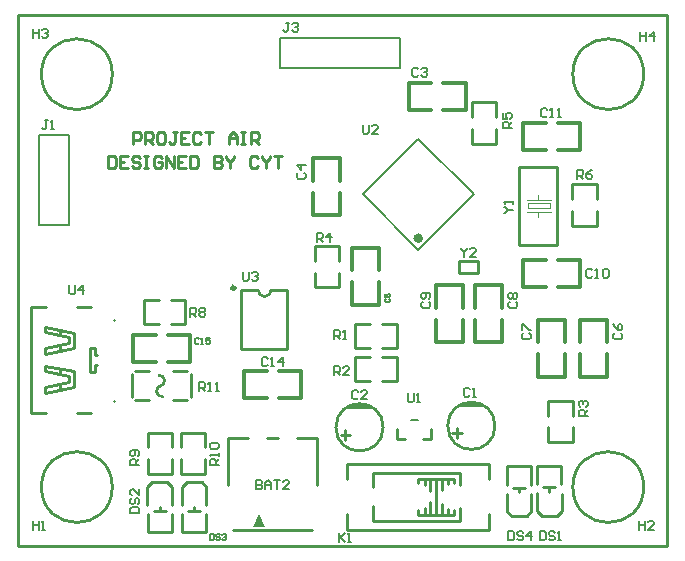
<source format=gto>
G04*
G04 #@! TF.GenerationSoftware,Altium Limited,Altium Designer,19.0.10 (269)*
G04*
G04 Layer_Color=65535*
%FSLAX25Y25*%
%MOIN*%
G70*
G01*
G75*
%ADD10C,0.01000*%
%ADD11C,0.01575*%
%ADD12C,0.01181*%
%ADD13C,0.00799*%
%ADD14C,0.00800*%
%ADD15C,0.01200*%
%ADD16C,0.00787*%
%ADD17C,0.00984*%
%ADD18C,0.00394*%
%ADD19C,0.00500*%
G36*
X78354Y6282D02*
X81854D01*
X82354D01*
X80354Y10782D01*
X78354Y6282D01*
D02*
G37*
G36*
X118629Y45829D02*
X118146Y46261D01*
X117039Y46937D01*
X115828Y47400D01*
X114553Y47636D01*
X113256Y47636D01*
X111981Y47401D01*
X110770Y46937D01*
X109663Y46261D01*
X109180Y45829D01*
X109180Y45829D01*
X118629Y45829D01*
D02*
G37*
G36*
X155898Y46344D02*
X155416Y46777D01*
X154309Y47453D01*
X153098Y47916D01*
X151823Y48151D01*
X150526Y48151D01*
X149251Y47916D01*
X148040Y47453D01*
X146933Y46777D01*
X146450Y46344D01*
X146450Y46344D01*
X155898Y46344D01*
D02*
G37*
D10*
X208626Y19685D02*
G03*
X208626Y19685I-11811J0D01*
G01*
X31496D02*
G03*
X31496Y19685I-11811J0D01*
G01*
Y157315D02*
G03*
X31496Y157315I-11811J0D01*
G01*
X208626D02*
G03*
X208626Y157315I-11811J0D01*
G01*
X80100Y85340D02*
G03*
X84400Y85343I2150J1D01*
G01*
X47799Y53500D02*
G03*
X48232Y49839I312J-1819D01*
G01*
X47259Y53318D02*
G03*
X47051Y56925I-161J1800D01*
G01*
X106035Y39524D02*
G03*
X106035Y39654I7874J65D01*
G01*
X143304Y40040D02*
G03*
X143304Y40170I7874J65D01*
G01*
X147126Y91032D02*
X153425D01*
X147126D02*
Y94969D01*
X153425D01*
Y91032D02*
Y94969D01*
X109878Y5476D02*
X157122D01*
X109878Y27524D02*
X157122Y27524D01*
X118500Y24500D02*
X147500D01*
X139500Y10500D02*
Y22500D01*
X118500Y8500D02*
X147500D01*
X157122Y5476D02*
Y10750D01*
Y22250D02*
Y27524D01*
X147500Y20377D02*
Y24500D01*
Y8500D02*
Y12623D01*
X118500Y8500D02*
Y13396D01*
Y19604D02*
Y24500D01*
X133500Y20953D02*
Y22500D01*
Y10500D02*
Y12047D01*
X135637Y10500D02*
Y12595D01*
Y20406D02*
Y22500D01*
X137537Y18366D02*
Y22500D01*
Y10500D02*
Y14634D01*
X141537Y18856D02*
Y22500D01*
Y10500D02*
Y14144D01*
X143537Y10500D02*
Y12416D01*
Y20584D02*
Y22500D01*
X145500Y20949D02*
Y22500D01*
Y10500D02*
Y12051D01*
X133500Y10500D02*
X145500D01*
X133500Y22500D02*
X145500D01*
X109878Y5476D02*
Y10750D01*
Y22250D02*
Y27524D01*
X107016Y95079D02*
Y100000D01*
X98984Y95079D02*
Y100000D01*
X107016Y86220D02*
Y91142D01*
X98984Y86220D02*
Y91142D01*
Y100000D02*
X107016D01*
X98984Y86220D02*
X107016D01*
X112547Y74016D02*
X117468D01*
X112547Y65984D02*
X117468D01*
X121405Y74016D02*
X126327D01*
X121405Y65984D02*
X126327D01*
X112547Y74016D02*
X112547Y65984D01*
X126327D02*
Y74016D01*
X112547Y63016D02*
X117468D01*
X112547Y54984D02*
X117468D01*
X121405Y63016D02*
X126327D01*
X121405Y54984D02*
X126327D01*
X112547D02*
Y63016D01*
X126327Y54984D02*
Y63016D01*
X74323Y65658D02*
X89677D01*
X74323D02*
Y85343D01*
X89677Y65658D02*
Y85343D01*
X84400D02*
X89677D01*
X74323D02*
X80100D01*
X50906Y73984D02*
X55827D01*
X50906Y82016D02*
X55827D01*
X42047Y73984D02*
X46969D01*
X42047Y82016D02*
X46969D01*
X55827D02*
X55827Y73984D01*
X42047D02*
Y82016D01*
X57642Y49563D02*
Y57437D01*
X37957Y49563D02*
Y57437D01*
X51736Y48776D02*
X56461D01*
X51736Y58224D02*
X56461D01*
X39138Y48776D02*
X43862D01*
X39138Y58224D02*
X43862D01*
X8897Y73085D02*
X18747Y71125D01*
Y66005D02*
Y71125D01*
X8897Y64035D02*
X18747Y66005D01*
X8897Y64035D02*
Y65985D01*
X17167Y67555D01*
Y69635D01*
X8897Y71215D02*
X17167Y69635D01*
X8897Y71215D02*
Y73085D01*
X14017Y70335D02*
Y71905D01*
X14018Y65215D02*
Y66790D01*
X14038Y52314D02*
Y53889D01*
X14037Y57435D02*
Y59005D01*
X8917Y60185D02*
X18767Y58225D01*
Y53105D02*
Y58225D01*
X8917Y51135D02*
X18767Y53105D01*
X8917Y51135D02*
Y53085D01*
X17187Y54655D01*
Y56735D01*
X8917Y58315D02*
X17187Y56735D01*
X8917Y58315D02*
Y60185D01*
X54839Y4664D02*
Y10764D01*
Y4664D02*
X62839D01*
Y10764D01*
X54739Y13864D02*
Y19664D01*
X56339Y21264D01*
X61339D01*
X62839Y19764D01*
Y13764D02*
Y19764D01*
X56875Y11722D02*
X60813D01*
X58844Y12115D02*
Y13174D01*
X43306Y4664D02*
Y10764D01*
Y4664D02*
X51306D01*
Y10764D01*
X43206Y13864D02*
Y19664D01*
X44806Y21264D01*
X49806D01*
X51306Y19764D01*
Y13764D02*
Y19764D01*
X45341Y11722D02*
X49279D01*
X47311Y12115D02*
Y13174D01*
X43395Y24047D02*
Y28969D01*
X51426Y24047D02*
Y28969D01*
X43395Y32906D02*
Y37827D01*
X51426Y32906D02*
Y37827D01*
X43395Y24047D02*
X51426D01*
X43395Y37827D02*
X51426D01*
X54484Y24047D02*
Y28969D01*
X62516Y24047D02*
Y28969D01*
X54484Y32906D02*
Y37827D01*
X62516Y32906D02*
Y37827D01*
X54484Y24047D02*
X62516D01*
X54484Y37827D02*
X62516D01*
X99618Y20249D02*
Y36071D01*
X70091Y20249D02*
Y36071D01*
X76582D01*
X83127D02*
X86582D01*
X93127D02*
X99618D01*
X71679Y5362D02*
X98030D01*
X181166Y20610D02*
Y26710D01*
X173166D02*
X181166D01*
X173166Y20610D02*
Y26710D01*
X181266Y11710D02*
Y17510D01*
X179666Y10110D02*
X181266Y11710D01*
X174666Y10110D02*
X179666D01*
X173166Y11610D02*
X174666Y10110D01*
X173166Y11610D02*
Y17610D01*
X175193Y19652D02*
X179131D01*
X177161Y18200D02*
Y19259D01*
X171061Y20500D02*
Y26600D01*
X163061D02*
X171061D01*
X163061Y20500D02*
Y26600D01*
X171161Y11600D02*
Y17400D01*
X169561Y10000D02*
X171161Y11600D01*
X164561Y10000D02*
X169561D01*
X163061Y11500D02*
X164561Y10000D01*
X163061Y11500D02*
Y17500D01*
X165088Y19542D02*
X169026D01*
X167056Y18090D02*
Y19149D01*
X137822Y35841D02*
Y39050D01*
X135224Y35841D02*
X137822D01*
X126326D02*
X128924D01*
X126326D02*
X128924D01*
X126326D02*
X128924D01*
X126326D02*
Y39050D01*
X109180Y35442D02*
Y38742D01*
X107580Y37142D02*
X110680D01*
X146450Y35958D02*
Y39258D01*
X144850Y37658D02*
X147950D01*
X184894Y43532D02*
Y48453D01*
X176862Y43532D02*
Y48453D01*
X184894Y34673D02*
Y39595D01*
X176862Y34673D02*
Y39595D01*
Y48453D02*
X184894Y48453D01*
X176862Y34673D02*
X184894D01*
X170744Y100339D02*
X176256D01*
X170744Y126520D02*
X176256D01*
Y100339D02*
X179799D01*
Y126520D01*
X176256D02*
X179799D01*
X167201D02*
X170744D01*
X167201Y100339D02*
Y126520D01*
Y100339D02*
X170744D01*
X184862Y106849D02*
Y111770D01*
X192894Y106849D02*
Y111770D01*
X184862Y115707D02*
Y120629D01*
X192894Y115707D02*
Y120629D01*
X184862Y106849D02*
X192894Y106849D01*
X184862Y120629D02*
X192894D01*
X151484Y134173D02*
Y139095D01*
X159516Y134173D02*
Y139095D01*
X151484Y143032D02*
Y147953D01*
X159516Y143032D02*
Y147953D01*
X151484Y134173D02*
X159516D01*
X151484Y147953D02*
X159516D01*
X38500Y134000D02*
Y137999D01*
X40499D01*
X41166Y137332D01*
Y135999D01*
X40499Y135333D01*
X38500D01*
X42499Y134000D02*
Y137999D01*
X44498D01*
X45164Y137332D01*
Y135999D01*
X44498Y135333D01*
X42499D01*
X43832D02*
X45164Y134000D01*
X48497Y137999D02*
X47164D01*
X46497Y137332D01*
Y134667D01*
X47164Y134000D01*
X48497D01*
X49163Y134667D01*
Y137332D01*
X48497Y137999D01*
X53162D02*
X51829D01*
X52495D01*
Y134667D01*
X51829Y134000D01*
X51163D01*
X50496Y134667D01*
X57161Y137999D02*
X54495D01*
Y134000D01*
X57161D01*
X54495Y135999D02*
X55828D01*
X61159Y137332D02*
X60493Y137999D01*
X59160D01*
X58494Y137332D01*
Y134667D01*
X59160Y134000D01*
X60493D01*
X61159Y134667D01*
X62492Y137999D02*
X65158D01*
X63825D01*
Y134000D01*
X70490D02*
Y136666D01*
X71823Y137999D01*
X73155Y136666D01*
Y134000D01*
Y135999D01*
X70490D01*
X74488Y137999D02*
X75821D01*
X75155D01*
Y134000D01*
X74488D01*
X75821D01*
X77821D02*
Y137999D01*
X79820D01*
X80487Y137332D01*
Y135999D01*
X79820Y135333D01*
X77821D01*
X79154D02*
X80487Y134000D01*
X30000Y129999D02*
Y126000D01*
X31999D01*
X32666Y126666D01*
Y129332D01*
X31999Y129999D01*
X30000D01*
X36665D02*
X33999D01*
Y126000D01*
X36665D01*
X33999Y127999D02*
X35332D01*
X40663Y129332D02*
X39997Y129999D01*
X38664D01*
X37997Y129332D01*
Y128666D01*
X38664Y127999D01*
X39997D01*
X40663Y127333D01*
Y126666D01*
X39997Y126000D01*
X38664D01*
X37997Y126666D01*
X41996Y129999D02*
X43329D01*
X42663D01*
Y126000D01*
X41996D01*
X43329D01*
X47994Y129332D02*
X47328Y129999D01*
X45995D01*
X45328Y129332D01*
Y126666D01*
X45995Y126000D01*
X47328D01*
X47994Y126666D01*
Y127999D01*
X46661D01*
X49327Y126000D02*
Y129999D01*
X51993Y126000D01*
Y129999D01*
X55992D02*
X53326D01*
Y126000D01*
X55992D01*
X53326Y127999D02*
X54659D01*
X57324Y129999D02*
Y126000D01*
X59324D01*
X59990Y126666D01*
Y129332D01*
X59324Y129999D01*
X57324D01*
X65322D02*
Y126000D01*
X67321D01*
X67988Y126666D01*
Y127333D01*
X67321Y127999D01*
X65322D01*
X67321D01*
X67988Y128666D01*
Y129332D01*
X67321Y129999D01*
X65322D01*
X69321D02*
Y129332D01*
X70653Y127999D01*
X71987Y129332D01*
Y129999D01*
X70653Y127999D02*
Y126000D01*
X79984Y129332D02*
X79317Y129999D01*
X77984D01*
X77318Y129332D01*
Y126666D01*
X77984Y126000D01*
X79317D01*
X79984Y126666D01*
X81317Y129999D02*
Y129332D01*
X82650Y127999D01*
X83983Y129332D01*
Y129999D01*
X82650Y127999D02*
Y126000D01*
X85316Y129999D02*
X87981D01*
X86648D01*
Y126000D01*
X0Y0D02*
Y177165D01*
Y0D02*
X216535D01*
Y177165D01*
X0D02*
X216535D01*
D11*
X132899Y103155D02*
G03*
X132906Y103162I560J-553D01*
G01*
D12*
X72400Y86100D02*
G03*
X72400Y86090I-591J-5D01*
G01*
D13*
X7000Y114500D02*
Y137000D01*
X95000Y169500D02*
X127500D01*
D14*
X7000Y137000D02*
X17000D01*
Y107000D02*
Y137000D01*
X7000Y107000D02*
X17000D01*
X7000D02*
Y114500D01*
X127500Y159500D02*
Y169500D01*
X87500Y159500D02*
X127500D01*
X87500D02*
Y169500D01*
X95000D01*
D15*
X98500Y129222D02*
X107500D01*
X98500Y110222D02*
X107500D01*
X98500Y121722D02*
Y129222D01*
X107500Y121722D02*
Y129222D01*
Y110222D02*
Y117722D01*
X98500Y110222D02*
Y117722D01*
X111500Y99500D02*
X120500D01*
X111500Y80500D02*
X120500D01*
X111500Y92000D02*
Y99500D01*
X120500Y92000D02*
Y99500D01*
Y80500D02*
Y88000D01*
X111500Y80500D02*
Y88000D01*
X75500Y49369D02*
Y58369D01*
X94500Y49369D02*
Y58369D01*
X75500Y49369D02*
X83000D01*
X75500Y58369D02*
X83000D01*
X87000D02*
X94500D01*
X87000Y49369D02*
X94500D01*
X57500Y61500D02*
Y70500D01*
X38500Y61500D02*
Y70500D01*
X50000D02*
X57500D01*
X50000Y61500D02*
X57500D01*
X38500D02*
X46000D01*
X38500Y70500D02*
X46000D01*
X139545Y87000D02*
X148545D01*
X139545Y68000D02*
X148545D01*
X139545Y79500D02*
Y87000D01*
X148545Y79500D02*
Y87000D01*
Y68000D02*
Y75500D01*
X139545Y68000D02*
Y75500D01*
X152545Y87000D02*
X161545D01*
X152545Y68000D02*
X161545D01*
X152545Y79500D02*
Y87000D01*
X161545Y79500D02*
Y87000D01*
Y68000D02*
Y75500D01*
X152545Y68000D02*
Y75500D01*
X173372Y56500D02*
X182372D01*
X173372Y75500D02*
X182372D01*
Y56500D02*
Y64000D01*
X173372Y56500D02*
Y64000D01*
Y68000D02*
Y75500D01*
X182372Y68000D02*
Y75500D01*
X187378Y56500D02*
X196378D01*
X187378Y75500D02*
X196378D01*
Y56500D02*
Y64000D01*
X187378Y56500D02*
Y64000D01*
Y68000D02*
Y75500D01*
X196378Y68000D02*
Y75500D01*
X168500Y86500D02*
Y95500D01*
X187500Y86500D02*
Y95500D01*
X168500Y86500D02*
X176000D01*
X168500Y95500D02*
X176000D01*
X180000D02*
X187500D01*
X180000Y86500D02*
X187500D01*
X168500Y132000D02*
Y141000D01*
X187500Y132000D02*
Y141000D01*
X168500Y132000D02*
X176000D01*
X168500Y141000D02*
X176000D01*
X180000D02*
X187500D01*
X180000Y132000D02*
X187500D01*
X130351Y145500D02*
Y154500D01*
X149352Y145500D02*
Y154500D01*
X130351Y145500D02*
X137852D01*
X130351Y154500D02*
X137852D01*
X141851D02*
X149352D01*
X141851Y145500D02*
X149352D01*
D16*
X114938Y117297D02*
X117060Y119419D01*
X114938Y117297D02*
X133465Y98771D01*
X151920Y117227D01*
X133394Y135753D02*
X151920Y117227D01*
X116141Y118500D02*
X133394Y135753D01*
X130893Y41943D02*
X133255D01*
D17*
X4303Y44276D02*
X4303Y79709D01*
X25563Y63567D02*
X26350D01*
X23988Y58055D02*
X25563D01*
Y60417D01*
X26350D01*
X23988Y65929D02*
X25563D01*
Y63567D02*
Y65929D01*
X23988Y58016D02*
Y65969D01*
X32059Y75471D02*
Y75477D01*
Y48507D02*
Y48514D01*
X4303Y44276D02*
X9376D01*
X19703D02*
X24337D01*
X4303Y79709D02*
X9376D01*
X19703D02*
X24337D01*
D18*
X173500Y109729D02*
Y111129D01*
X169600Y111529D02*
X177868D01*
X169994Y112710D02*
Y114285D01*
X177474D01*
Y112710D02*
Y114285D01*
X169994Y112710D02*
X177474D01*
X169600Y115466D02*
X177868D01*
X173537Y115860D02*
Y117041D01*
D19*
X79500Y21999D02*
Y19000D01*
X80999D01*
X81499Y19500D01*
Y20000D01*
X80999Y20500D01*
X79500D01*
X80999D01*
X81499Y20999D01*
Y21499D01*
X80999Y21999D01*
X79500D01*
X82499Y19000D02*
Y20999D01*
X83499Y21999D01*
X84498Y20999D01*
Y19000D01*
Y20500D01*
X82499D01*
X85498Y21999D02*
X87497D01*
X86498D01*
Y19000D01*
X90496D02*
X88497D01*
X90496Y20999D01*
Y21499D01*
X89997Y21999D01*
X88997D01*
X88497Y21499D01*
X207500Y171499D02*
Y168500D01*
Y170000D01*
X209499D01*
Y171499D01*
Y168500D01*
X211999D02*
Y171499D01*
X210499Y170000D01*
X212498D01*
X5000Y172499D02*
Y169500D01*
Y171000D01*
X6999D01*
Y172499D01*
Y169500D01*
X7999Y171999D02*
X8499Y172499D01*
X9499D01*
X9998Y171999D01*
Y171499D01*
X9499Y171000D01*
X8999D01*
X9499D01*
X9998Y170500D01*
Y170000D01*
X9499Y169500D01*
X8499D01*
X7999Y170000D01*
X207000Y8475D02*
Y5476D01*
Y6976D01*
X208999D01*
Y8475D01*
Y5476D01*
X211998D02*
X209999D01*
X211998Y7476D01*
Y7976D01*
X211498Y8475D01*
X210499D01*
X209999Y7976D01*
X5000Y8499D02*
Y5500D01*
Y7000D01*
X6999D01*
Y8499D01*
Y5500D01*
X7999D02*
X8999D01*
X8499D01*
Y8499D01*
X7999Y7999D01*
X163500Y4999D02*
Y2000D01*
X164999D01*
X165499Y2500D01*
Y4499D01*
X164999Y4999D01*
X163500D01*
X168498Y4499D02*
X167999Y4999D01*
X166999D01*
X166499Y4499D01*
Y3999D01*
X166999Y3500D01*
X167999D01*
X168498Y3000D01*
Y2500D01*
X167999Y2000D01*
X166999D01*
X166499Y2500D01*
X170998Y2000D02*
Y4999D01*
X169498Y3500D01*
X171497D01*
X147652Y99499D02*
Y98999D01*
X148652Y98000D01*
X149651Y98999D01*
Y99499D01*
X148652Y98000D02*
Y96500D01*
X152650D02*
X150651D01*
X152650Y98499D01*
Y98999D01*
X152150Y99499D01*
X151151D01*
X150651Y98999D01*
X162001Y111129D02*
X162501D01*
X163500Y112129D01*
X162501Y113128D01*
X162001D01*
X163500Y112129D02*
X165000D01*
Y114128D02*
Y115128D01*
Y114628D01*
X162001D01*
X162501Y114128D01*
X17200Y86999D02*
Y84500D01*
X17700Y84000D01*
X18699D01*
X19199Y84500D01*
Y86999D01*
X21699Y84000D02*
Y86999D01*
X20199Y85500D01*
X22198D01*
X75000Y91499D02*
Y89000D01*
X75500Y88500D01*
X76499D01*
X76999Y89000D01*
Y91499D01*
X77999Y90999D02*
X78499Y91499D01*
X79499D01*
X79998Y90999D01*
Y90499D01*
X79499Y90000D01*
X78999D01*
X79499D01*
X79998Y89500D01*
Y89000D01*
X79499Y88500D01*
X78499D01*
X77999Y89000D01*
X114938Y140499D02*
Y138000D01*
X115438Y137500D01*
X116438D01*
X116938Y138000D01*
Y140499D01*
X119937Y137500D02*
X117937D01*
X119937Y139499D01*
Y139999D01*
X119437Y140499D01*
X118437D01*
X117937Y139999D01*
X130000Y50999D02*
Y48500D01*
X130500Y48000D01*
X131500D01*
X131999Y48500D01*
Y50999D01*
X132999Y48000D02*
X133999D01*
X133499D01*
Y50999D01*
X132999Y50499D01*
X60500Y51681D02*
Y54680D01*
X61999D01*
X62499Y54180D01*
Y53180D01*
X61999Y52680D01*
X60500D01*
X61500D02*
X62499Y51681D01*
X63499D02*
X64499D01*
X63999D01*
Y54680D01*
X63499Y54180D01*
X65998Y51681D02*
X66998D01*
X66498D01*
Y54680D01*
X65998Y54180D01*
X67000Y27000D02*
X64001D01*
Y28499D01*
X64501Y28999D01*
X65500D01*
X66000Y28499D01*
Y27000D01*
Y28000D02*
X67000Y28999D01*
Y29999D02*
Y30999D01*
Y30499D01*
X64001D01*
X64501Y29999D01*
Y32498D02*
X64001Y32998D01*
Y33998D01*
X64501Y34498D01*
X66500D01*
X67000Y33998D01*
Y32998D01*
X66500Y32498D01*
X64501D01*
X40500Y27000D02*
X37501D01*
Y28499D01*
X38001Y28999D01*
X39000D01*
X39500Y28499D01*
Y27000D01*
Y28000D02*
X40500Y28999D01*
X40000Y29999D02*
X40500Y30499D01*
Y31499D01*
X40000Y31998D01*
X38001D01*
X37501Y31499D01*
Y30499D01*
X38001Y29999D01*
X38501D01*
X39000Y30499D01*
Y31998D01*
X57500Y76500D02*
Y79499D01*
X59000D01*
X59499Y78999D01*
Y78000D01*
X59000Y77500D01*
X57500D01*
X58500D02*
X59499Y76500D01*
X60499Y78999D02*
X60999Y79499D01*
X61999D01*
X62498Y78999D01*
Y78499D01*
X61999Y78000D01*
X62498Y77500D01*
Y77000D01*
X61999Y76500D01*
X60999D01*
X60499Y77000D01*
Y77500D01*
X60999Y78000D01*
X60499Y78499D01*
Y78999D01*
X60999Y78000D02*
X61999D01*
X186500Y122500D02*
Y125499D01*
X187999D01*
X188499Y124999D01*
Y124000D01*
X187999Y123500D01*
X186500D01*
X187500D02*
X188499Y122500D01*
X191498Y125499D02*
X190499Y124999D01*
X189499Y124000D01*
Y123000D01*
X189999Y122500D01*
X190999D01*
X191498Y123000D01*
Y123500D01*
X190999Y124000D01*
X189499D01*
X164563Y139500D02*
X161564D01*
Y140999D01*
X162064Y141499D01*
X163064D01*
X163563Y140999D01*
Y139500D01*
Y140500D02*
X164563Y141499D01*
X161564Y144498D02*
Y142499D01*
X163064D01*
X162564Y143499D01*
Y143999D01*
X163064Y144498D01*
X164063D01*
X164563Y143999D01*
Y142999D01*
X164063Y142499D01*
X99618Y101500D02*
Y104499D01*
X101118D01*
X101618Y103999D01*
Y102999D01*
X101118Y102500D01*
X99618D01*
X100618D02*
X101618Y101500D01*
X104117D02*
Y104499D01*
X102617Y102999D01*
X104617D01*
X190000Y43532D02*
X187001D01*
Y45031D01*
X187501Y45531D01*
X188500D01*
X189000Y45031D01*
Y43532D01*
Y44531D02*
X190000Y45531D01*
X187501Y46531D02*
X187001Y47030D01*
Y48030D01*
X187501Y48530D01*
X188001D01*
X188500Y48030D01*
Y47530D01*
Y48030D01*
X189000Y48530D01*
X189500D01*
X190000Y48030D01*
Y47030D01*
X189500Y46531D01*
X105500Y56925D02*
Y59924D01*
X107000D01*
X107499Y59424D01*
Y58425D01*
X107000Y57925D01*
X105500D01*
X106500D02*
X107499Y56925D01*
X110498D02*
X108499D01*
X110498Y58925D01*
Y59424D01*
X109999Y59924D01*
X108999D01*
X108499Y59424D01*
X105500Y69000D02*
Y71999D01*
X107000D01*
X107499Y71499D01*
Y70499D01*
X107000Y70000D01*
X105500D01*
X106500D02*
X107499Y69000D01*
X108499D02*
X109499D01*
X108999D01*
Y71999D01*
X108499Y71499D01*
X107016Y4499D02*
Y1500D01*
Y2500D01*
X109015Y4499D01*
X107516Y2999D01*
X109015Y1500D01*
X110015D02*
X111014D01*
X110514D01*
Y4499D01*
X110015Y3999D01*
X90499Y174499D02*
X89500D01*
X90000D01*
Y172000D01*
X89500Y171500D01*
X89000D01*
X88500Y172000D01*
X91499Y173999D02*
X91999Y174499D01*
X92999D01*
X93498Y173999D01*
Y173499D01*
X92999Y173000D01*
X92499D01*
X92999D01*
X93498Y172500D01*
Y172000D01*
X92999Y171500D01*
X91999D01*
X91499Y172000D01*
X9999Y141999D02*
X9000D01*
X9499D01*
Y139500D01*
X9000Y139000D01*
X8500D01*
X8000Y139500D01*
X10999Y139000D02*
X11999D01*
X11499D01*
Y141999D01*
X10999Y141499D01*
X64000Y3999D02*
Y2000D01*
X65000D01*
X65333Y2333D01*
Y3666D01*
X65000Y3999D01*
X64000D01*
X67332Y3666D02*
X66999Y3999D01*
X66333D01*
X65999Y3666D01*
Y3333D01*
X66333Y3000D01*
X66999D01*
X67332Y2667D01*
Y2333D01*
X66999Y2000D01*
X66333D01*
X65999Y2333D01*
X67999Y3666D02*
X68332Y3999D01*
X68998D01*
X69332Y3666D01*
Y3333D01*
X68998Y3000D01*
X68665D01*
X68998D01*
X69332Y2667D01*
Y2333D01*
X68998Y2000D01*
X68332D01*
X67999Y2333D01*
X37501Y11000D02*
X40500D01*
Y12500D01*
X40000Y12999D01*
X38001D01*
X37501Y12500D01*
Y11000D01*
X38001Y15998D02*
X37501Y15499D01*
Y14499D01*
X38001Y13999D01*
X38501D01*
X39000Y14499D01*
Y15499D01*
X39500Y15998D01*
X40000D01*
X40500Y15499D01*
Y14499D01*
X40000Y13999D01*
X40500Y18997D02*
Y16998D01*
X38501Y18997D01*
X38001D01*
X37501Y18498D01*
Y17498D01*
X38001Y16998D01*
X174000Y4999D02*
Y2000D01*
X175499D01*
X175999Y2500D01*
Y4499D01*
X175499Y4999D01*
X174000D01*
X178998Y4499D02*
X178499Y4999D01*
X177499D01*
X176999Y4499D01*
Y3999D01*
X177499Y3500D01*
X178499D01*
X178998Y3000D01*
Y2500D01*
X178499Y2000D01*
X177499D01*
X176999Y2500D01*
X179998Y2000D02*
X180998D01*
X180498D01*
Y4999D01*
X179998Y4499D01*
X60333Y69166D02*
X60000Y69499D01*
X59333D01*
X59000Y69166D01*
Y67833D01*
X59333Y67500D01*
X60000D01*
X60333Y67833D01*
X60999Y67500D02*
X61666D01*
X61333D01*
Y69499D01*
X60999Y69166D01*
X63998Y69499D02*
X62665D01*
Y68500D01*
X63332Y68833D01*
X63665D01*
X63998Y68500D01*
Y67833D01*
X63665Y67500D01*
X62999D01*
X62665Y67833D01*
X83354Y62499D02*
X82854Y62999D01*
X81854D01*
X81354Y62499D01*
Y60500D01*
X81854Y60000D01*
X82854D01*
X83354Y60500D01*
X84353Y60000D02*
X85353D01*
X84853D01*
Y62999D01*
X84353Y62499D01*
X88352Y60000D02*
Y62999D01*
X86853Y61500D01*
X88852D01*
X176499Y145531D02*
X175999Y146031D01*
X175000D01*
X174500Y145531D01*
Y143531D01*
X175000Y143032D01*
X175999D01*
X176499Y143531D01*
X177499Y143032D02*
X178499D01*
X177999D01*
Y146031D01*
X177499Y145531D01*
X179998Y143032D02*
X180998D01*
X180498D01*
Y146031D01*
X179998Y145531D01*
X191499Y91999D02*
X190999Y92499D01*
X190000D01*
X189500Y91999D01*
Y90000D01*
X190000Y89500D01*
X190999D01*
X191499Y90000D01*
X192499Y89500D02*
X193499D01*
X192999D01*
Y92499D01*
X192499Y91999D01*
X194998D02*
X195498Y92499D01*
X196498D01*
X196998Y91999D01*
Y90000D01*
X196498Y89500D01*
X195498D01*
X194998Y90000D01*
Y91999D01*
X135001Y81499D02*
X134501Y80999D01*
Y80000D01*
X135001Y79500D01*
X137000D01*
X137500Y80000D01*
Y80999D01*
X137000Y81499D01*
Y82499D02*
X137500Y82999D01*
Y83999D01*
X137000Y84498D01*
X135001D01*
X134501Y83999D01*
Y82999D01*
X135001Y82499D01*
X135501D01*
X136001Y82999D01*
Y84498D01*
X164001Y81499D02*
X163501Y80999D01*
Y80000D01*
X164001Y79500D01*
X166000D01*
X166500Y80000D01*
Y80999D01*
X166000Y81499D01*
X164001Y82499D02*
X163501Y82999D01*
Y83999D01*
X164001Y84498D01*
X164501D01*
X165000Y83999D01*
X165500Y84498D01*
X166000D01*
X166500Y83999D01*
Y82999D01*
X166000Y82499D01*
X165500D01*
X165000Y82999D01*
X164501Y82499D01*
X164001D01*
X165000Y82999D02*
Y83999D01*
X168501Y70999D02*
X168001Y70499D01*
Y69500D01*
X168501Y69000D01*
X170500D01*
X171000Y69500D01*
Y70499D01*
X170500Y70999D01*
X168001Y71999D02*
Y73998D01*
X168501D01*
X170500Y71999D01*
X171000D01*
X199001Y70999D02*
X198501Y70499D01*
Y69500D01*
X199001Y69000D01*
X201000D01*
X201500Y69500D01*
Y70499D01*
X201000Y70999D01*
X198501Y73998D02*
X199001Y72999D01*
X200001Y71999D01*
X201000D01*
X201500Y72499D01*
Y73499D01*
X201000Y73998D01*
X200500D01*
X200001Y73499D01*
Y71999D01*
X122750Y82500D02*
X122501Y82250D01*
Y81750D01*
X122750Y81500D01*
X123750D01*
X124000Y81750D01*
Y82250D01*
X123750Y82500D01*
X122501Y83999D02*
Y82999D01*
X123250D01*
X123000Y83499D01*
Y83749D01*
X123250Y83999D01*
X123750D01*
X124000Y83749D01*
Y83249D01*
X123750Y82999D01*
X93449Y124499D02*
X92950Y124000D01*
Y123000D01*
X93449Y122500D01*
X95449D01*
X95949Y123000D01*
Y124000D01*
X95449Y124499D01*
X95949Y126999D02*
X92950D01*
X94449Y125499D01*
Y127498D01*
X133499Y158999D02*
X133000Y159499D01*
X132000D01*
X131500Y158999D01*
Y157000D01*
X132000Y156500D01*
X133000D01*
X133499Y157000D01*
X134499Y158999D02*
X134999Y159499D01*
X135999D01*
X136498Y158999D01*
Y158499D01*
X135999Y158000D01*
X135499D01*
X135999D01*
X136498Y157500D01*
Y157000D01*
X135999Y156500D01*
X134999D01*
X134499Y157000D01*
X113499Y51499D02*
X112999Y51999D01*
X112000D01*
X111500Y51499D01*
Y49500D01*
X112000Y49000D01*
X112999D01*
X113499Y49500D01*
X116498Y49000D02*
X114499D01*
X116498Y50999D01*
Y51499D01*
X115999Y51999D01*
X114999D01*
X114499Y51499D01*
X150645Y52242D02*
X150145Y52742D01*
X149145D01*
X148645Y52242D01*
Y50243D01*
X149145Y49743D01*
X150145D01*
X150645Y50243D01*
X151644Y49743D02*
X152644D01*
X152144D01*
Y52742D01*
X151644Y52242D01*
M02*

</source>
